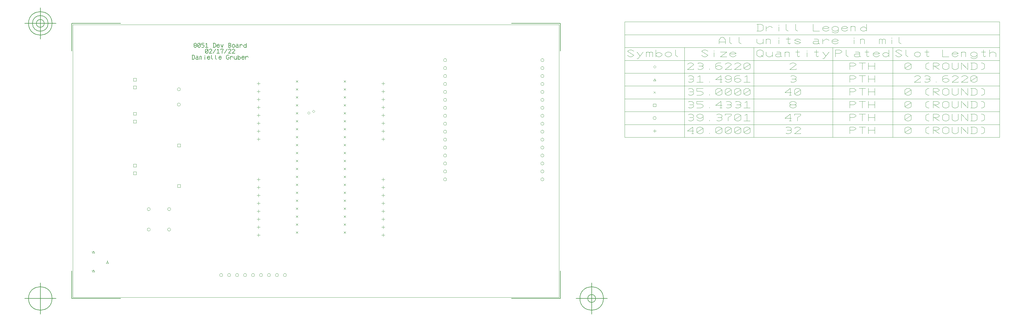
<source format=gbr>
G04 Generated by Ultiboard 13.0 *
%FSLAX24Y24*%
%MOIN*%

%ADD10C,0.0001*%
%ADD11C,0.0039*%
%ADD12C,0.0004*%
%ADD13C,0.0001*%
%ADD14C,0.0050*%


G04 ColorRGB 000000 for the following layer *
%LNDrill Symbols-Copper Top-Copper Bottom*%
%LPD*%
G54D11*
X23100Y25900D02*
X23100Y26300D01*
X22900Y26100D02*
X23300Y26100D01*
X23100Y24900D02*
X23100Y25300D01*
X22900Y25100D02*
X23300Y25100D01*
X22900Y24100D02*
X23300Y24100D01*
X23100Y23900D02*
X23100Y24300D01*
X23100Y22900D02*
X23100Y23300D01*
X22900Y23100D02*
X23300Y23100D01*
X23100Y21900D02*
X23100Y22300D01*
X22900Y22100D02*
X23300Y22100D01*
X23100Y20900D02*
X23100Y21300D01*
X22900Y21100D02*
X23300Y21100D01*
X22900Y20100D02*
X23300Y20100D01*
X23100Y19900D02*
X23100Y20300D01*
X22900Y19100D02*
X23300Y19100D01*
X23100Y18900D02*
X23100Y19300D01*
X38532Y26100D02*
X38932Y26100D01*
X38732Y25900D02*
X38732Y26300D01*
X38732Y24900D02*
X38732Y25300D01*
X38532Y25100D02*
X38932Y25100D01*
X38532Y24100D02*
X38932Y24100D01*
X38732Y23900D02*
X38732Y24300D01*
X38732Y22900D02*
X38732Y23300D01*
X38532Y23100D02*
X38932Y23100D01*
X38532Y22100D02*
X38932Y22100D01*
X38732Y21900D02*
X38732Y22300D01*
X38532Y21100D02*
X38932Y21100D01*
X38732Y20900D02*
X38732Y21300D01*
X38532Y20100D02*
X38932Y20100D01*
X38732Y19900D02*
X38732Y20300D01*
X38732Y18900D02*
X38732Y19300D01*
X38532Y19100D02*
X38932Y19100D01*
X22900Y14022D02*
X23300Y14022D01*
X23100Y13822D02*
X23100Y14222D01*
X22900Y13022D02*
X23300Y13022D01*
X23100Y12822D02*
X23100Y13222D01*
X23100Y11822D02*
X23100Y12222D01*
X22900Y12022D02*
X23300Y12022D01*
X23100Y10822D02*
X23100Y11222D01*
X22900Y11022D02*
X23300Y11022D01*
X23100Y9822D02*
X23100Y10222D01*
X22900Y10022D02*
X23300Y10022D01*
X22900Y9022D02*
X23300Y9022D01*
X23100Y8822D02*
X23100Y9222D01*
X22900Y8022D02*
X23300Y8022D01*
X23100Y7822D02*
X23100Y8222D01*
X22900Y7022D02*
X23300Y7022D01*
X23100Y6822D02*
X23100Y7222D01*
X38532Y14022D02*
X38932Y14022D01*
X38732Y13822D02*
X38732Y14222D01*
X38732Y12822D02*
X38732Y13222D01*
X38532Y13022D02*
X38932Y13022D01*
X38532Y12022D02*
X38932Y12022D01*
X38732Y11822D02*
X38732Y12222D01*
X38532Y11022D02*
X38932Y11022D01*
X38732Y10822D02*
X38732Y11222D01*
X38732Y9822D02*
X38732Y10222D01*
X38532Y10022D02*
X38932Y10022D01*
X38532Y9022D02*
X38932Y9022D01*
X38732Y8822D02*
X38732Y9222D01*
X38532Y8022D02*
X38932Y8022D01*
X38732Y7822D02*
X38732Y8222D01*
X38732Y6822D02*
X38732Y7222D01*
X38532Y7022D02*
X38932Y7022D01*
X46301Y29032D02*
G75*
D01*
G02X46301Y29032I197J0*
G01*
X46301Y28032D02*
G75*
D01*
G02X46301Y28032I197J0*
G01*
X46301Y27032D02*
G75*
D01*
G02X46301Y27032I197J0*
G01*
X46301Y26032D02*
G75*
D01*
G02X46301Y26032I197J0*
G01*
X46301Y25032D02*
G75*
D01*
G02X46301Y25032I197J0*
G01*
X46301Y24032D02*
G75*
D01*
G02X46301Y24032I197J0*
G01*
X46301Y23032D02*
G75*
D01*
G02X46301Y23032I197J0*
G01*
X46301Y22032D02*
G75*
D01*
G02X46301Y22032I197J0*
G01*
X46301Y21032D02*
G75*
D01*
G02X46301Y21032I197J0*
G01*
X46301Y20032D02*
G75*
D01*
G02X46301Y20032I197J0*
G01*
X46301Y19032D02*
G75*
D01*
G02X46301Y19032I197J0*
G01*
X46301Y18032D02*
G75*
D01*
G02X46301Y18032I197J0*
G01*
X46301Y17032D02*
G75*
D01*
G02X46301Y17032I197J0*
G01*
X46301Y16032D02*
G75*
D01*
G02X46301Y16032I197J0*
G01*
X46301Y15032D02*
G75*
D01*
G02X46301Y15032I197J0*
G01*
X46301Y14032D02*
G75*
D01*
G02X46301Y14032I197J0*
G01*
X58506Y29032D02*
G75*
D01*
G02X58506Y29032I196J0*
G01*
X58506Y28032D02*
G75*
D01*
G02X58506Y28032I196J0*
G01*
X58506Y27032D02*
G75*
D01*
G02X58506Y27032I196J0*
G01*
X58506Y26032D02*
G75*
D01*
G02X58506Y26032I196J0*
G01*
X58506Y25032D02*
G75*
D01*
G02X58506Y25032I196J0*
G01*
X58506Y24032D02*
G75*
D01*
G02X58506Y24032I196J0*
G01*
X58506Y23032D02*
G75*
D01*
G02X58506Y23032I196J0*
G01*
X58506Y22032D02*
G75*
D01*
G02X58506Y22032I196J0*
G01*
X58506Y21032D02*
G75*
D01*
G02X58506Y21032I196J0*
G01*
X58506Y20032D02*
G75*
D01*
G02X58506Y20032I196J0*
G01*
X58506Y19032D02*
G75*
D01*
G02X58506Y19032I196J0*
G01*
X58506Y18032D02*
G75*
D01*
G02X58506Y18032I196J0*
G01*
X58506Y17032D02*
G75*
D01*
G02X58506Y17032I196J0*
G01*
X58506Y16032D02*
G75*
D01*
G02X58506Y16032I196J0*
G01*
X58506Y15032D02*
G75*
D01*
G02X58506Y15032I196J0*
G01*
X58506Y14032D02*
G75*
D01*
G02X58506Y14032I196J0*
G01*
X12900Y23439D02*
G75*
D01*
G02X12900Y23439I197J0*
G01*
X12900Y25361D02*
G75*
D01*
G02X12900Y25361I197J0*
G01*
X9124Y7720D02*
G75*
D01*
G02X9124Y7720I196J0*
G01*
X11683Y7720D02*
G75*
D01*
G02X11683Y7720I197J0*
G01*
X9124Y10280D02*
G75*
D01*
G02X9124Y10280I196J0*
G01*
X11683Y10280D02*
G75*
D01*
G02X11683Y10280I197J0*
G01*
X18203Y2000D02*
G75*
D01*
G02X18203Y2000I197J0*
G01*
X19203Y2000D02*
G75*
D01*
G02X19203Y2000I197J0*
G01*
X20203Y2000D02*
G75*
D01*
G02X20203Y2000I197J0*
G01*
X21203Y2000D02*
G75*
D01*
G02X21203Y2000I197J0*
G01*
X22203Y2000D02*
G75*
D01*
G02X22203Y2000I197J0*
G01*
X23203Y2000D02*
G75*
D01*
G02X23203Y2000I197J0*
G01*
X24203Y2000D02*
G75*
D01*
G02X24203Y2000I197J0*
G01*
X25203Y2000D02*
G75*
D01*
G02X25203Y2000I197J0*
G01*
X26203Y2000D02*
G75*
D01*
G02X26203Y2000I197J0*
G01*
X77676Y20126D02*
X76888Y20126D01*
X77544Y20633D01*
X77544Y19789D01*
X77413Y19789D02*
X77676Y19789D01*
X78069Y20464D02*
X78332Y20633D01*
X78594Y20633D01*
X78857Y20464D01*
X78857Y19958D01*
X78594Y19789D01*
X78332Y19789D01*
X78069Y19958D01*
X78069Y20464D01*
X78857Y20464D02*
X78069Y19958D01*
X79644Y19789D02*
X79644Y19873D01*
X80432Y20464D02*
X80694Y20633D01*
X80957Y20633D01*
X81219Y20464D01*
X81219Y19958D01*
X80957Y19789D01*
X80694Y19789D01*
X80432Y19958D01*
X80432Y20464D01*
X81219Y20464D02*
X80432Y19958D01*
X81613Y20464D02*
X81875Y20633D01*
X82138Y20633D01*
X82400Y20464D01*
X82400Y19958D01*
X82138Y19789D01*
X81875Y19789D01*
X81613Y19958D01*
X81613Y20464D01*
X82400Y20464D02*
X81613Y19958D01*
X82794Y20464D02*
X83056Y20633D01*
X83319Y20633D01*
X83581Y20464D01*
X83581Y19958D01*
X83319Y19789D01*
X83056Y19789D01*
X82794Y19958D01*
X82794Y20464D01*
X83581Y20464D02*
X82794Y19958D01*
X83975Y20464D02*
X84237Y20633D01*
X84500Y20633D01*
X84762Y20464D01*
X84762Y19958D01*
X84500Y19789D01*
X84237Y19789D01*
X83975Y19958D01*
X83975Y20464D01*
X84762Y20464D02*
X83975Y19958D01*
X89264Y20548D02*
X89395Y20633D01*
X89657Y20633D01*
X89920Y20464D01*
X89920Y20295D01*
X89789Y20211D01*
X89920Y20126D01*
X89920Y19958D01*
X89657Y19789D01*
X89395Y19789D01*
X89264Y19873D01*
X89395Y20211D02*
X89789Y20211D01*
X90314Y20464D02*
X90576Y20633D01*
X90838Y20633D01*
X91101Y20464D01*
X91101Y20379D01*
X90314Y19789D01*
X91101Y19789D01*
X91101Y19873D01*
X97243Y19789D02*
X97243Y20633D01*
X97768Y20633D01*
X98030Y20464D01*
X98030Y20379D01*
X97768Y20211D01*
X97243Y20211D01*
X98817Y19789D02*
X98817Y20633D01*
X98424Y20633D02*
X99211Y20633D01*
X99605Y19789D02*
X99605Y20633D01*
X100392Y19789D02*
X100392Y20633D01*
X99605Y20211D02*
X100392Y20211D01*
X104172Y20464D02*
X104434Y20633D01*
X104697Y20633D01*
X104959Y20464D01*
X104959Y19958D01*
X104697Y19789D01*
X104434Y19789D01*
X104172Y19958D01*
X104172Y20464D01*
X104959Y20464D02*
X104172Y19958D01*
X107190Y19789D02*
X107059Y19789D01*
X106796Y19958D01*
X106796Y20464D01*
X107059Y20633D01*
X107190Y20633D01*
X107715Y19789D02*
X107715Y20633D01*
X108240Y20633D01*
X108502Y20464D01*
X108502Y20379D01*
X108240Y20211D01*
X107715Y20211D01*
X107846Y20211D02*
X108502Y19789D01*
X108896Y19958D02*
X109159Y19789D01*
X109421Y19789D01*
X109684Y19958D01*
X109684Y20464D01*
X109421Y20633D01*
X109159Y20633D01*
X108896Y20464D01*
X108896Y19958D01*
X110077Y20633D02*
X110077Y19958D01*
X110340Y19789D01*
X110602Y19789D01*
X110865Y19958D01*
X110865Y20633D01*
X111258Y19789D02*
X111258Y20633D01*
X112046Y19789D01*
X112046Y20633D01*
X112440Y19789D02*
X112964Y19789D01*
X113227Y19958D01*
X113227Y20464D01*
X112964Y20633D01*
X112440Y20633D01*
X112571Y20633D02*
X112571Y19789D01*
X113752Y20633D02*
X113883Y20633D01*
X114146Y20464D01*
X114146Y19958D01*
X113883Y19789D01*
X113752Y19789D01*
X72781Y19926D02*
X72781Y20326D01*
X72581Y20126D02*
X72981Y20126D01*
X77020Y22162D02*
X77151Y22247D01*
X77413Y22247D01*
X77676Y22078D01*
X77676Y21909D01*
X77544Y21825D01*
X77676Y21741D01*
X77676Y21572D01*
X77413Y21403D01*
X77151Y21403D01*
X77020Y21487D01*
X77151Y21825D02*
X77544Y21825D01*
X78069Y21572D02*
X78332Y21403D01*
X78594Y21403D01*
X78857Y21572D01*
X78857Y21909D01*
X78857Y22078D01*
X78594Y22247D01*
X78332Y22247D01*
X78069Y22078D01*
X78069Y21909D01*
X78332Y21741D01*
X78594Y21741D01*
X78857Y21909D01*
X79644Y21403D02*
X79644Y21487D01*
X80563Y22162D02*
X80694Y22247D01*
X80957Y22247D01*
X81219Y22078D01*
X81219Y21909D01*
X81088Y21825D01*
X81219Y21741D01*
X81219Y21572D01*
X80957Y21403D01*
X80694Y21403D01*
X80563Y21487D01*
X80694Y21825D02*
X81088Y21825D01*
X82006Y21403D02*
X82006Y21825D01*
X82400Y22078D01*
X82400Y22247D01*
X81613Y22247D01*
X81613Y22078D01*
X82794Y22078D02*
X83056Y22247D01*
X83319Y22247D01*
X83581Y22078D01*
X83581Y21572D01*
X83319Y21403D01*
X83056Y21403D01*
X82794Y21572D01*
X82794Y22078D01*
X83581Y22078D02*
X82794Y21572D01*
X84106Y22078D02*
X84369Y22247D01*
X84369Y21403D01*
X83975Y21403D02*
X84762Y21403D01*
X89920Y21741D02*
X89132Y21741D01*
X89789Y22247D01*
X89789Y21403D01*
X89657Y21403D02*
X89920Y21403D01*
X90707Y21403D02*
X90707Y21825D01*
X91101Y22078D01*
X91101Y22247D01*
X90314Y22247D01*
X90314Y22078D01*
X97243Y21403D02*
X97243Y22247D01*
X97768Y22247D01*
X98030Y22078D01*
X98030Y21994D01*
X97768Y21825D01*
X97243Y21825D01*
X98817Y21403D02*
X98817Y22247D01*
X98424Y22247D02*
X99211Y22247D01*
X99605Y21403D02*
X99605Y22247D01*
X100392Y21403D02*
X100392Y22247D01*
X99605Y21825D02*
X100392Y21825D01*
X104172Y22078D02*
X104434Y22247D01*
X104697Y22247D01*
X104959Y22078D01*
X104959Y21572D01*
X104697Y21403D01*
X104434Y21403D01*
X104172Y21572D01*
X104172Y22078D01*
X104959Y22078D02*
X104172Y21572D01*
X107190Y21403D02*
X107059Y21403D01*
X106796Y21572D01*
X106796Y22078D01*
X107059Y22247D01*
X107190Y22247D01*
X107715Y21403D02*
X107715Y22247D01*
X108240Y22247D01*
X108502Y22078D01*
X108502Y21994D01*
X108240Y21825D01*
X107715Y21825D01*
X107846Y21825D02*
X108502Y21403D01*
X108896Y21572D02*
X109159Y21403D01*
X109421Y21403D01*
X109684Y21572D01*
X109684Y22078D01*
X109421Y22247D01*
X109159Y22247D01*
X108896Y22078D01*
X108896Y21572D01*
X110077Y22247D02*
X110077Y21572D01*
X110340Y21403D01*
X110602Y21403D01*
X110865Y21572D01*
X110865Y22247D01*
X111258Y21403D02*
X111258Y22247D01*
X112046Y21403D01*
X112046Y22247D01*
X112440Y21403D02*
X112964Y21403D01*
X113227Y21572D01*
X113227Y22078D01*
X112964Y22247D01*
X112440Y22247D01*
X112571Y22247D02*
X112571Y21403D01*
X113752Y22247D02*
X113883Y22247D01*
X114146Y22078D01*
X114146Y21572D01*
X113883Y21403D01*
X113752Y21403D01*
X72584Y21741D02*
G75*
D01*
G02X72584Y21741I197J0*
G01*
X77020Y23777D02*
X77151Y23861D01*
X77413Y23861D01*
X77676Y23692D01*
X77676Y23523D01*
X77544Y23439D01*
X77676Y23355D01*
X77676Y23186D01*
X77413Y23017D01*
X77151Y23017D01*
X77020Y23102D01*
X77151Y23439D02*
X77544Y23439D01*
X78857Y23861D02*
X78069Y23861D01*
X78069Y23523D01*
X78594Y23523D01*
X78857Y23355D01*
X78857Y23186D01*
X78594Y23017D01*
X78069Y23017D01*
X79644Y23017D02*
X79644Y23102D01*
X81219Y23355D02*
X80432Y23355D01*
X81088Y23861D01*
X81088Y23017D01*
X80957Y23017D02*
X81219Y23017D01*
X81744Y23777D02*
X81875Y23861D01*
X82138Y23861D01*
X82400Y23692D01*
X82400Y23523D01*
X82269Y23439D01*
X82400Y23355D01*
X82400Y23186D01*
X82138Y23017D01*
X81875Y23017D01*
X81744Y23102D01*
X81875Y23439D02*
X82269Y23439D01*
X82925Y23777D02*
X83056Y23861D01*
X83319Y23861D01*
X83581Y23692D01*
X83581Y23523D01*
X83450Y23439D01*
X83581Y23355D01*
X83581Y23186D01*
X83319Y23017D01*
X83056Y23017D01*
X82925Y23102D01*
X83056Y23439D02*
X83450Y23439D01*
X84106Y23692D02*
X84369Y23861D01*
X84369Y23017D01*
X83975Y23017D02*
X84762Y23017D01*
X90248Y23017D02*
X89985Y23017D01*
X89723Y23186D01*
X89723Y23355D01*
X89854Y23439D01*
X89723Y23523D01*
X89723Y23692D01*
X89985Y23861D01*
X90248Y23861D01*
X90510Y23692D01*
X90510Y23523D01*
X90379Y23439D01*
X90510Y23355D01*
X90510Y23186D01*
X90248Y23017D01*
X89854Y23439D02*
X90379Y23439D01*
X97243Y23017D02*
X97243Y23861D01*
X97768Y23861D01*
X98030Y23692D01*
X98030Y23608D01*
X97768Y23439D01*
X97243Y23439D01*
X98817Y23017D02*
X98817Y23861D01*
X98424Y23861D02*
X99211Y23861D01*
X99605Y23017D02*
X99605Y23861D01*
X100392Y23017D02*
X100392Y23861D01*
X99605Y23439D02*
X100392Y23439D01*
X104172Y23692D02*
X104434Y23861D01*
X104697Y23861D01*
X104959Y23692D01*
X104959Y23186D01*
X104697Y23017D01*
X104434Y23017D01*
X104172Y23186D01*
X104172Y23692D01*
X104959Y23692D02*
X104172Y23186D01*
X107190Y23017D02*
X107059Y23017D01*
X106796Y23186D01*
X106796Y23692D01*
X107059Y23861D01*
X107190Y23861D01*
X107715Y23017D02*
X107715Y23861D01*
X108240Y23861D01*
X108502Y23692D01*
X108502Y23608D01*
X108240Y23439D01*
X107715Y23439D01*
X107846Y23439D02*
X108502Y23017D01*
X108896Y23186D02*
X109159Y23017D01*
X109421Y23017D01*
X109684Y23186D01*
X109684Y23692D01*
X109421Y23861D01*
X109159Y23861D01*
X108896Y23692D01*
X108896Y23186D01*
X110077Y23861D02*
X110077Y23186D01*
X110340Y23017D01*
X110602Y23017D01*
X110865Y23186D01*
X110865Y23861D01*
X111258Y23017D02*
X111258Y23861D01*
X112046Y23017D01*
X112046Y23861D01*
X112440Y23017D02*
X112964Y23017D01*
X113227Y23186D01*
X113227Y23692D01*
X112964Y23861D01*
X112440Y23861D01*
X112571Y23861D02*
X112571Y23017D01*
X113752Y23861D02*
X113883Y23861D01*
X114146Y23692D01*
X114146Y23186D01*
X113883Y23017D01*
X113752Y23017D01*
X77020Y25391D02*
X77151Y25475D01*
X77413Y25475D01*
X77676Y25306D01*
X77676Y25138D01*
X77544Y25053D01*
X77676Y24969D01*
X77676Y24800D01*
X77413Y24631D01*
X77151Y24631D01*
X77020Y24716D01*
X77151Y25053D02*
X77544Y25053D01*
X78857Y25475D02*
X78069Y25475D01*
X78069Y25138D01*
X78594Y25138D01*
X78857Y24969D01*
X78857Y24800D01*
X78594Y24631D01*
X78069Y24631D01*
X79644Y24631D02*
X79644Y24716D01*
X80432Y25306D02*
X80694Y25475D01*
X80957Y25475D01*
X81219Y25306D01*
X81219Y24800D01*
X80957Y24631D01*
X80694Y24631D01*
X80432Y24800D01*
X80432Y25306D01*
X81219Y25306D02*
X80432Y24800D01*
X81613Y25306D02*
X81875Y25475D01*
X82138Y25475D01*
X82400Y25306D01*
X82400Y24800D01*
X82138Y24631D01*
X81875Y24631D01*
X81613Y24800D01*
X81613Y25306D01*
X82400Y25306D02*
X81613Y24800D01*
X82794Y25306D02*
X83056Y25475D01*
X83319Y25475D01*
X83581Y25306D01*
X83581Y24800D01*
X83319Y24631D01*
X83056Y24631D01*
X82794Y24800D01*
X82794Y25306D01*
X83581Y25306D02*
X82794Y24800D01*
X83975Y25306D02*
X84237Y25475D01*
X84500Y25475D01*
X84762Y25306D01*
X84762Y24800D01*
X84500Y24631D01*
X84237Y24631D01*
X83975Y24800D01*
X83975Y25306D01*
X84762Y25306D02*
X83975Y24800D01*
X89920Y24969D02*
X89132Y24969D01*
X89789Y25475D01*
X89789Y24631D01*
X89657Y24631D02*
X89920Y24631D01*
X90314Y25306D02*
X90576Y25475D01*
X90838Y25475D01*
X91101Y25306D01*
X91101Y24800D01*
X90838Y24631D01*
X90576Y24631D01*
X90314Y24800D01*
X90314Y25306D01*
X91101Y25306D02*
X90314Y24800D01*
X97243Y24631D02*
X97243Y25475D01*
X97768Y25475D01*
X98030Y25306D01*
X98030Y25222D01*
X97768Y25053D01*
X97243Y25053D01*
X98817Y24631D02*
X98817Y25475D01*
X98424Y25475D02*
X99211Y25475D01*
X99605Y24631D02*
X99605Y25475D01*
X100392Y24631D02*
X100392Y25475D01*
X99605Y25053D02*
X100392Y25053D01*
X104172Y25306D02*
X104434Y25475D01*
X104697Y25475D01*
X104959Y25306D01*
X104959Y24800D01*
X104697Y24631D01*
X104434Y24631D01*
X104172Y24800D01*
X104172Y25306D01*
X104959Y25306D02*
X104172Y24800D01*
X107190Y24631D02*
X107059Y24631D01*
X106796Y24800D01*
X106796Y25306D01*
X107059Y25475D01*
X107190Y25475D01*
X107715Y24631D02*
X107715Y25475D01*
X108240Y25475D01*
X108502Y25306D01*
X108502Y25222D01*
X108240Y25053D01*
X107715Y25053D01*
X107846Y25053D02*
X108502Y24631D01*
X108896Y24800D02*
X109159Y24631D01*
X109421Y24631D01*
X109684Y24800D01*
X109684Y25306D01*
X109421Y25475D01*
X109159Y25475D01*
X108896Y25306D01*
X108896Y24800D01*
X110077Y25475D02*
X110077Y24800D01*
X110340Y24631D01*
X110602Y24631D01*
X110865Y24800D01*
X110865Y25475D01*
X111258Y24631D02*
X111258Y25475D01*
X112046Y24631D01*
X112046Y25475D01*
X112440Y24631D02*
X112964Y24631D01*
X113227Y24800D01*
X113227Y25306D01*
X112964Y25475D01*
X112440Y25475D01*
X112571Y25475D02*
X112571Y24631D01*
X113752Y25475D02*
X113883Y25475D01*
X114146Y25306D01*
X114146Y24800D01*
X113883Y24631D01*
X113752Y24631D01*
X77020Y27005D02*
X77151Y27089D01*
X77413Y27089D01*
X77676Y26921D01*
X77676Y26752D01*
X77544Y26667D01*
X77676Y26583D01*
X77676Y26414D01*
X77413Y26246D01*
X77151Y26246D01*
X77020Y26330D01*
X77151Y26667D02*
X77544Y26667D01*
X78201Y26921D02*
X78463Y27089D01*
X78463Y26246D01*
X78069Y26246D02*
X78857Y26246D01*
X79644Y26246D02*
X79644Y26330D01*
X81219Y26583D02*
X80432Y26583D01*
X81088Y27089D01*
X81088Y26246D01*
X80957Y26246D02*
X81219Y26246D01*
X81613Y26414D02*
X81875Y26246D01*
X82138Y26246D01*
X82400Y26414D01*
X82400Y26752D01*
X82400Y26921D01*
X82138Y27089D01*
X81875Y27089D01*
X81613Y26921D01*
X81613Y26752D01*
X81875Y26583D01*
X82138Y26583D01*
X82400Y26752D01*
X83450Y27089D02*
X83056Y27089D01*
X82794Y26921D01*
X82794Y26583D01*
X82794Y26414D01*
X83056Y26246D01*
X83319Y26246D01*
X83581Y26414D01*
X83581Y26583D01*
X83319Y26752D01*
X83056Y26752D01*
X82794Y26583D01*
X84106Y26921D02*
X84369Y27089D01*
X84369Y26246D01*
X83975Y26246D02*
X84762Y26246D01*
X89854Y27005D02*
X89985Y27089D01*
X90248Y27089D01*
X90510Y26921D01*
X90510Y26752D01*
X90379Y26667D01*
X90510Y26583D01*
X90510Y26414D01*
X90248Y26246D01*
X89985Y26246D01*
X89854Y26330D01*
X89985Y26667D02*
X90379Y26667D01*
X97243Y26246D02*
X97243Y27089D01*
X97768Y27089D01*
X98030Y26921D01*
X98030Y26836D01*
X97768Y26667D01*
X97243Y26667D01*
X98817Y26246D02*
X98817Y27089D01*
X98424Y27089D02*
X99211Y27089D01*
X99605Y26246D02*
X99605Y27089D01*
X100392Y26246D02*
X100392Y27089D01*
X99605Y26667D02*
X100392Y26667D01*
X105353Y26921D02*
X105615Y27089D01*
X105878Y27089D01*
X106140Y26921D01*
X106140Y26836D01*
X105353Y26246D01*
X106140Y26246D01*
X106140Y26330D01*
X106665Y27005D02*
X106796Y27089D01*
X107059Y27089D01*
X107321Y26921D01*
X107321Y26752D01*
X107190Y26667D01*
X107321Y26583D01*
X107321Y26414D01*
X107059Y26246D01*
X106796Y26246D01*
X106665Y26330D01*
X106796Y26667D02*
X107190Y26667D01*
X108109Y26246D02*
X108109Y26330D01*
X109552Y27089D02*
X109159Y27089D01*
X108896Y26921D01*
X108896Y26583D01*
X108896Y26414D01*
X109159Y26246D01*
X109421Y26246D01*
X109684Y26414D01*
X109684Y26583D01*
X109421Y26752D01*
X109159Y26752D01*
X108896Y26583D01*
X110077Y26921D02*
X110340Y27089D01*
X110602Y27089D01*
X110865Y26921D01*
X110865Y26836D01*
X110077Y26246D01*
X110865Y26246D01*
X110865Y26330D01*
X111258Y26921D02*
X111521Y27089D01*
X111783Y27089D01*
X112046Y26921D01*
X112046Y26836D01*
X111258Y26246D01*
X112046Y26246D01*
X112046Y26330D01*
X112440Y26921D02*
X112702Y27089D01*
X112964Y27089D01*
X113227Y26921D01*
X113227Y26414D01*
X112964Y26246D01*
X112702Y26246D01*
X112440Y26414D01*
X112440Y26921D01*
X113227Y26921D02*
X112440Y26414D01*
X76888Y28535D02*
X77151Y28703D01*
X77413Y28703D01*
X77676Y28535D01*
X77676Y28450D01*
X76888Y27860D01*
X77676Y27860D01*
X77676Y27944D01*
X78201Y28619D02*
X78332Y28703D01*
X78594Y28703D01*
X78857Y28535D01*
X78857Y28366D01*
X78726Y28282D01*
X78857Y28197D01*
X78857Y28029D01*
X78594Y27860D01*
X78332Y27860D01*
X78201Y27944D01*
X78332Y28282D02*
X78726Y28282D01*
X79644Y27860D02*
X79644Y27944D01*
X81088Y28703D02*
X80694Y28703D01*
X80432Y28535D01*
X80432Y28197D01*
X80432Y28029D01*
X80694Y27860D01*
X80957Y27860D01*
X81219Y28029D01*
X81219Y28197D01*
X80957Y28366D01*
X80694Y28366D01*
X80432Y28197D01*
X81613Y28535D02*
X81875Y28703D01*
X82138Y28703D01*
X82400Y28535D01*
X82400Y28450D01*
X81613Y27860D01*
X82400Y27860D01*
X82400Y27944D01*
X82794Y28535D02*
X83056Y28703D01*
X83319Y28703D01*
X83581Y28535D01*
X83581Y28450D01*
X82794Y27860D01*
X83581Y27860D01*
X83581Y27944D01*
X83975Y28535D02*
X84237Y28703D01*
X84500Y28703D01*
X84762Y28535D01*
X84762Y28029D01*
X84500Y27860D01*
X84237Y27860D01*
X83975Y28029D01*
X83975Y28535D01*
X84762Y28535D02*
X83975Y28029D01*
X89723Y28535D02*
X89985Y28703D01*
X90248Y28703D01*
X90510Y28535D01*
X90510Y28450D01*
X89723Y27860D01*
X90510Y27860D01*
X90510Y27944D01*
X97243Y27860D02*
X97243Y28703D01*
X97768Y28703D01*
X98030Y28535D01*
X98030Y28450D01*
X97768Y28282D01*
X97243Y28282D01*
X98817Y27860D02*
X98817Y28703D01*
X98424Y28703D02*
X99211Y28703D01*
X99605Y27860D02*
X99605Y28703D01*
X100392Y27860D02*
X100392Y28703D01*
X99605Y28282D02*
X100392Y28282D01*
X104172Y28535D02*
X104434Y28703D01*
X104697Y28703D01*
X104959Y28535D01*
X104959Y28029D01*
X104697Y27860D01*
X104434Y27860D01*
X104172Y28029D01*
X104172Y28535D01*
X104959Y28535D02*
X104172Y28029D01*
X107190Y27860D02*
X107059Y27860D01*
X106796Y28029D01*
X106796Y28535D01*
X107059Y28703D01*
X107190Y28703D01*
X107715Y27860D02*
X107715Y28703D01*
X108240Y28703D01*
X108502Y28535D01*
X108502Y28450D01*
X108240Y28282D01*
X107715Y28282D01*
X107846Y28282D02*
X108502Y27860D01*
X108896Y28029D02*
X109159Y27860D01*
X109421Y27860D01*
X109684Y28029D01*
X109684Y28535D01*
X109421Y28703D01*
X109159Y28703D01*
X108896Y28535D01*
X108896Y28029D01*
X110077Y28703D02*
X110077Y28029D01*
X110340Y27860D01*
X110602Y27860D01*
X110865Y28029D01*
X110865Y28703D01*
X111258Y27860D02*
X111258Y28703D01*
X112046Y27860D01*
X112046Y28703D01*
X112440Y27860D02*
X112964Y27860D01*
X113227Y28029D01*
X113227Y28535D01*
X112964Y28703D01*
X112440Y28703D01*
X112571Y28703D02*
X112571Y27860D01*
X113752Y28703D02*
X113883Y28703D01*
X114146Y28535D01*
X114146Y28029D01*
X113883Y27860D01*
X113752Y27860D01*
G54D12*
X33792Y12230D02*
X34040Y12478D01*
X33792Y12478D02*
X34040Y12230D01*
X27792Y12230D02*
X28040Y12478D01*
X27792Y12478D02*
X28040Y12230D01*
X27792Y9230D02*
X28040Y9478D01*
X27792Y9478D02*
X28040Y9230D01*
X27792Y8230D02*
X28040Y8478D01*
X27792Y8478D02*
X28040Y8230D01*
X27792Y7478D02*
X28040Y7230D01*
X27792Y7230D02*
X28040Y7478D01*
X27792Y11230D02*
X28040Y11478D01*
X27792Y11478D02*
X28040Y11230D01*
X27792Y10478D02*
X28040Y10230D01*
X27792Y10230D02*
X28040Y10478D01*
X27792Y18230D02*
X28040Y18478D01*
X27792Y18478D02*
X28040Y18230D01*
X27792Y15230D02*
X28040Y15478D01*
X27792Y15478D02*
X28040Y15230D01*
X27792Y14230D02*
X28040Y14478D01*
X27792Y14478D02*
X28040Y14230D01*
X27792Y13230D02*
X28040Y13478D01*
X27792Y13478D02*
X28040Y13230D01*
X27792Y17478D02*
X28040Y17230D01*
X27792Y17230D02*
X28040Y17478D01*
X27792Y16230D02*
X28040Y16478D01*
X27792Y16478D02*
X28040Y16230D01*
X27792Y21478D02*
X28040Y21230D01*
X27792Y21230D02*
X28040Y21478D01*
X27792Y20478D02*
X28040Y20230D01*
X27792Y20230D02*
X28040Y20478D01*
X27792Y19230D02*
X28040Y19478D01*
X27792Y19478D02*
X28040Y19230D01*
X27792Y24230D02*
X28040Y24478D01*
X27792Y24478D02*
X28040Y24230D01*
X27792Y23230D02*
X28040Y23478D01*
X27792Y23478D02*
X28040Y23230D01*
X27792Y22478D02*
X28040Y22230D01*
X27792Y22230D02*
X28040Y22478D01*
X27792Y25230D02*
X28040Y25478D01*
X27792Y25478D02*
X28040Y25230D01*
X27792Y26230D02*
X28040Y26478D01*
X27792Y26478D02*
X28040Y26230D01*
X33792Y9230D02*
X34040Y9478D01*
X33792Y9478D02*
X34040Y9230D01*
X33792Y8230D02*
X34040Y8478D01*
X33792Y8478D02*
X34040Y8230D01*
X33792Y7478D02*
X34040Y7230D01*
X33792Y7230D02*
X34040Y7478D01*
X33792Y11478D02*
X34040Y11230D01*
X33792Y11230D02*
X34040Y11478D01*
X33792Y10230D02*
X34040Y10478D01*
X33792Y10478D02*
X34040Y10230D01*
X33792Y18230D02*
X34040Y18478D01*
X33792Y18478D02*
X34040Y18230D01*
X33792Y15230D02*
X34040Y15478D01*
X33792Y15478D02*
X34040Y15230D01*
X33792Y14230D02*
X34040Y14478D01*
X33792Y14478D02*
X34040Y14230D01*
X33792Y13478D02*
X34040Y13230D01*
X33792Y13230D02*
X34040Y13478D01*
X33792Y16230D02*
X34040Y16478D01*
X33792Y16478D02*
X34040Y16230D01*
X33792Y17230D02*
X34040Y17478D01*
X33792Y17478D02*
X34040Y17230D01*
X33792Y21478D02*
X34040Y21230D01*
X33792Y21230D02*
X34040Y21478D01*
X33792Y19478D02*
X34040Y19230D01*
X33792Y19230D02*
X34040Y19478D01*
X33792Y20230D02*
X34040Y20478D01*
X33792Y20478D02*
X34040Y20230D01*
X33792Y24230D02*
X34040Y24478D01*
X33792Y24478D02*
X34040Y24230D01*
X33792Y22478D02*
X34040Y22230D01*
X33792Y22230D02*
X34040Y22478D01*
X33792Y23478D02*
X34040Y23230D01*
X33792Y23230D02*
X34040Y23478D01*
X33792Y25478D02*
X34040Y25230D01*
X33792Y25230D02*
X34040Y25478D01*
X33792Y26230D02*
X34040Y26478D01*
X33792Y26478D02*
X34040Y26230D01*
X12926Y18141D02*
X13280Y18141D01*
X13280Y18495D01*
X12926Y18495D01*
X12926Y18141D01*
X12926Y13023D02*
X13280Y13023D01*
X13280Y13377D01*
X12926Y13377D01*
X12926Y13023D01*
X7401Y15607D02*
X7755Y15607D01*
X7755Y15961D01*
X7401Y15961D01*
X7401Y15607D01*
X7401Y14623D02*
X7755Y14623D01*
X7755Y14977D01*
X7401Y14977D01*
X7401Y14623D01*
X7401Y22115D02*
X7755Y22115D01*
X7755Y22469D01*
X7401Y22469D01*
X7401Y22115D01*
X7401Y21131D02*
X7755Y21131D01*
X7755Y21485D01*
X7401Y21485D01*
X7401Y21131D01*
X7401Y26407D02*
X7755Y26407D01*
X7755Y26761D01*
X7401Y26761D01*
X7401Y26407D01*
X7401Y25423D02*
X7755Y25423D01*
X7755Y25777D01*
X7401Y25777D01*
X7401Y25423D01*
X29400Y22233D02*
X29567Y22400D01*
X29400Y22567D01*
X29233Y22400D01*
X29400Y22233D01*
X30000Y22433D02*
X30167Y22600D01*
X30000Y22767D01*
X29833Y22600D01*
X30000Y22433D01*
X2224Y2398D02*
X2539Y2398D01*
X2382Y2667D01*
X2224Y2398D01*
X2382Y2556D02*
X2145Y2556D01*
X2224Y4761D02*
X2539Y4761D01*
X2382Y5029D01*
X2224Y4761D01*
X2382Y4918D02*
X2145Y4918D01*
X3956Y3461D02*
X4271Y3461D01*
X4114Y3730D01*
X3956Y3461D01*
X4114Y3619D02*
X4114Y3855D01*
X72604Y23178D02*
X72958Y23178D01*
X72958Y23532D01*
X72604Y23532D01*
X72604Y23178D01*
X72657Y24845D02*
X72904Y25093D01*
X72657Y25093D02*
X72904Y24845D01*
X72623Y26426D02*
X72938Y26426D01*
X72781Y26694D01*
X72623Y26426D01*
X72781Y28030D02*
X72948Y28197D01*
X72781Y28364D01*
X72614Y28197D01*
X72781Y28030D01*
G04 ColorRGB 00FFFF for the following layer *
%LNBoard Outline*%
%LPD*%
G54D10*
G54D13*
X-200Y-800D02*
X60800Y-800D01*
X60800Y33500D01*
X-200Y33500D01*
X-200Y-800D01*
G54D14*
X15207Y30636D02*
X15100Y30636D01*
X14993Y30743D01*
X14993Y30850D01*
X15047Y30904D01*
X14993Y30957D01*
X14993Y31064D01*
X15100Y31171D01*
X15207Y31171D01*
X15313Y31064D01*
X15313Y30957D01*
X15260Y30904D01*
X15313Y30850D01*
X15313Y30743D01*
X15207Y30636D01*
X15047Y30904D02*
X15260Y30904D01*
X15473Y31064D02*
X15580Y31171D01*
X15687Y31171D01*
X15793Y31064D01*
X15793Y30743D01*
X15687Y30636D01*
X15580Y30636D01*
X15473Y30743D01*
X15473Y31064D01*
X15793Y31064D02*
X15473Y30743D01*
X16273Y31171D02*
X15953Y31171D01*
X15953Y30957D01*
X16167Y30957D01*
X16273Y30850D01*
X16273Y30743D01*
X16167Y30636D01*
X15953Y30636D01*
X16487Y31064D02*
X16593Y31171D01*
X16593Y30636D01*
X16433Y30636D02*
X16753Y30636D01*
X17393Y30636D02*
X17607Y30636D01*
X17713Y30743D01*
X17713Y31064D01*
X17607Y31171D01*
X17393Y31171D01*
X17447Y31171D02*
X17447Y30636D01*
X18193Y30743D02*
X18087Y30636D01*
X17980Y30636D01*
X17873Y30743D01*
X17873Y30904D01*
X17980Y31011D01*
X18087Y31011D01*
X18193Y30904D01*
X18140Y30850D01*
X17873Y30850D01*
X18353Y31011D02*
X18513Y30636D01*
X18673Y31011D01*
X19313Y30636D02*
X19527Y30636D01*
X19633Y30743D01*
X19633Y30796D01*
X19527Y30904D01*
X19633Y31011D01*
X19633Y31064D01*
X19527Y31171D01*
X19367Y31171D01*
X19313Y31171D01*
X19367Y30904D02*
X19527Y30904D01*
X19367Y31171D02*
X19367Y30636D01*
X19793Y30743D02*
X19900Y30636D01*
X20007Y30636D01*
X20113Y30743D01*
X20113Y30904D01*
X20007Y31011D01*
X19900Y31011D01*
X19793Y30904D01*
X19793Y30743D01*
X20327Y31011D02*
X20487Y31011D01*
X20540Y30957D01*
X20540Y30689D01*
X20487Y30636D01*
X20327Y30636D01*
X20273Y30689D01*
X20273Y30796D01*
X20327Y30850D01*
X20540Y30850D01*
X20540Y30689D02*
X20593Y30636D01*
X20753Y30850D02*
X20913Y31011D01*
X20967Y31011D01*
X21073Y30904D01*
X20753Y30636D02*
X20753Y31011D01*
X21553Y30743D02*
X21447Y30636D01*
X21340Y30636D01*
X21233Y30743D01*
X21233Y30850D01*
X21340Y30957D01*
X21447Y30957D01*
X21553Y30850D01*
X21553Y31171D02*
X21553Y30636D01*
X16433Y30314D02*
X16540Y30421D01*
X16647Y30421D01*
X16753Y30314D01*
X16753Y29993D01*
X16647Y29886D01*
X16540Y29886D01*
X16433Y29993D01*
X16433Y30314D01*
X16753Y30314D02*
X16433Y29993D01*
X16913Y30314D02*
X17020Y30421D01*
X17127Y30421D01*
X17233Y30314D01*
X17233Y30261D01*
X16913Y29886D01*
X17233Y29886D01*
X17233Y29939D01*
X17713Y30421D02*
X17393Y29886D01*
X17927Y30314D02*
X18033Y30421D01*
X18033Y29886D01*
X17873Y29886D02*
X18193Y29886D01*
X18513Y29886D02*
X18513Y30154D01*
X18673Y30314D01*
X18673Y30421D01*
X18353Y30421D01*
X18353Y30314D01*
X19153Y30421D02*
X18833Y29886D01*
X19313Y30314D02*
X19420Y30421D01*
X19527Y30421D01*
X19633Y30314D01*
X19633Y30261D01*
X19313Y29886D01*
X19633Y29886D01*
X19633Y29939D01*
X19793Y30314D02*
X19900Y30421D01*
X20007Y30421D01*
X20113Y30314D01*
X20113Y30261D01*
X19793Y29886D01*
X20113Y29886D01*
X20113Y29939D01*
X14753Y29136D02*
X14967Y29136D01*
X15073Y29243D01*
X15073Y29564D01*
X14967Y29671D01*
X14753Y29671D01*
X14807Y29671D02*
X14807Y29136D01*
X15287Y29511D02*
X15447Y29511D01*
X15500Y29457D01*
X15500Y29189D01*
X15447Y29136D01*
X15287Y29136D01*
X15233Y29189D01*
X15233Y29296D01*
X15287Y29350D01*
X15500Y29350D01*
X15500Y29189D02*
X15553Y29136D01*
X15713Y29136D02*
X15713Y29457D01*
X15713Y29511D01*
X15713Y29457D02*
X15767Y29511D01*
X15873Y29511D01*
X15927Y29457D01*
X15927Y29136D01*
X16353Y29136D02*
X16353Y29457D01*
X16353Y29564D02*
X16353Y29618D01*
X16993Y29243D02*
X16887Y29136D01*
X16780Y29136D01*
X16673Y29243D01*
X16673Y29404D01*
X16780Y29511D01*
X16887Y29511D01*
X16993Y29404D01*
X16940Y29350D01*
X16673Y29350D01*
X17207Y29671D02*
X17207Y29243D01*
X17313Y29136D01*
X17687Y29671D02*
X17687Y29243D01*
X17793Y29136D01*
X18433Y29243D02*
X18327Y29136D01*
X18220Y29136D01*
X18113Y29243D01*
X18113Y29404D01*
X18220Y29511D01*
X18327Y29511D01*
X18433Y29404D01*
X18380Y29350D01*
X18113Y29350D01*
X19287Y29404D02*
X19393Y29404D01*
X19393Y29243D01*
X19287Y29136D01*
X19180Y29136D01*
X19073Y29243D01*
X19073Y29564D01*
X19180Y29671D01*
X19393Y29671D01*
X19553Y29350D02*
X19713Y29511D01*
X19767Y29511D01*
X19873Y29404D01*
X19553Y29136D02*
X19553Y29511D01*
X20033Y29511D02*
X20033Y29243D01*
X20140Y29136D01*
X20247Y29136D01*
X20353Y29243D01*
X20353Y29511D01*
X20353Y29243D02*
X20353Y29136D01*
X20513Y29243D02*
X20620Y29136D01*
X20727Y29136D01*
X20833Y29243D01*
X20833Y29350D01*
X20727Y29457D01*
X20620Y29457D01*
X20513Y29350D01*
X20513Y29671D02*
X20513Y29136D01*
X21313Y29243D02*
X21207Y29136D01*
X21100Y29136D01*
X20993Y29243D01*
X20993Y29404D01*
X21100Y29511D01*
X21207Y29511D01*
X21313Y29404D01*
X21260Y29350D01*
X20993Y29350D01*
X21473Y29350D02*
X21633Y29511D01*
X21687Y29511D01*
X21793Y29404D01*
X21473Y29136D02*
X21473Y29511D01*
X-350Y-950D02*
X-350Y2510D01*
X-350Y-950D02*
X5780Y-950D01*
X60950Y-950D02*
X54820Y-950D01*
X60950Y-950D02*
X60950Y2510D01*
X60950Y33650D02*
X60950Y30190D01*
X60950Y33650D02*
X54820Y33650D01*
X-350Y33650D02*
X5780Y33650D01*
X-350Y33650D02*
X-350Y30190D01*
X-2319Y-950D02*
X-6256Y-950D01*
X-4287Y-2919D02*
X-4287Y1019D01*
X-5763Y-950D02*
G75*
D01*
G02X-5763Y-950I1476J0*
G01*
X62919Y-950D02*
X66856Y-950D01*
X64887Y-2919D02*
X64887Y1019D01*
X63411Y-950D02*
G75*
D01*
G02X63411Y-950I1476J0*
G01*
X64395Y-950D02*
G75*
D01*
G02X64395Y-950I492J0*
G01*
X-2319Y33650D02*
X-6256Y33650D01*
X-4287Y31681D02*
X-4287Y35619D01*
X-5763Y33650D02*
G75*
D01*
G02X-5763Y33650I1476J0*
G01*
X-5271Y33650D02*
G75*
D01*
G02X-5271Y33650I984J0*
G01*
X-4779Y33650D02*
G75*
D01*
G02X-4779Y33650I492J0*
G01*
G04 ColorRGB 66FFCC for the following layer *
%LNLegend Description*%
%LPD*%
G54D11*
X69021Y19319D02*
X116068Y19319D01*
X116068Y33847D01*
X69021Y33847D01*
X69021Y19319D01*
X76541Y30619D02*
X76541Y19319D01*
X85241Y30619D02*
X85241Y19319D01*
X95123Y30619D02*
X95123Y19319D01*
X102643Y30619D02*
X102643Y19319D01*
X116068Y30619D02*
X116068Y19319D01*
X69021Y20933D02*
X116068Y20933D01*
X69021Y22548D02*
X116068Y22548D01*
X69021Y24162D02*
X116068Y24162D01*
X69021Y25776D02*
X116068Y25776D01*
X69021Y27390D02*
X116068Y27390D01*
X69021Y29004D02*
X116068Y29004D01*
X69369Y29643D02*
X69631Y29474D01*
X69894Y29474D01*
X70156Y29643D01*
X69369Y30149D01*
X69631Y30318D01*
X69894Y30318D01*
X70156Y30149D01*
X70550Y29221D02*
X70681Y29221D01*
X71337Y30065D01*
X70550Y30065D02*
X70943Y29558D01*
X71731Y29474D02*
X71731Y29980D01*
X71731Y30065D01*
X71731Y29980D02*
X71862Y30065D01*
X71993Y30065D01*
X72125Y29980D01*
X72256Y30065D01*
X72387Y30065D01*
X72518Y29980D01*
X72518Y29474D01*
X72125Y29980D02*
X72125Y29474D01*
X72912Y29643D02*
X73174Y29474D01*
X73437Y29474D01*
X73699Y29643D01*
X73699Y29811D01*
X73437Y29980D01*
X73174Y29980D01*
X72912Y29811D01*
X72912Y30318D02*
X72912Y29474D01*
X74093Y29643D02*
X74356Y29474D01*
X74618Y29474D01*
X74880Y29643D01*
X74880Y29896D01*
X74618Y30065D01*
X74356Y30065D01*
X74093Y29896D01*
X74093Y29643D01*
X75405Y30318D02*
X75405Y29643D01*
X75668Y29474D01*
X78660Y29643D02*
X78922Y29474D01*
X79185Y29474D01*
X79447Y29643D01*
X78660Y30149D01*
X78922Y30318D01*
X79185Y30318D01*
X79447Y30149D01*
X80235Y29474D02*
X80235Y29980D01*
X80235Y30149D02*
X80235Y30233D01*
X81022Y30065D02*
X81810Y30065D01*
X81022Y29474D01*
X81810Y29474D01*
X82991Y29643D02*
X82728Y29474D01*
X82466Y29474D01*
X82203Y29643D01*
X82203Y29896D01*
X82466Y30065D01*
X82728Y30065D01*
X82991Y29896D01*
X82859Y29811D01*
X82203Y29811D01*
X85589Y29643D02*
X85852Y29474D01*
X86114Y29474D01*
X86377Y29643D01*
X86377Y30149D01*
X86114Y30318D01*
X85852Y30318D01*
X85589Y30149D01*
X85589Y29643D01*
X86114Y29643D02*
X86377Y29474D01*
X86770Y30065D02*
X86770Y29643D01*
X87033Y29474D01*
X87295Y29474D01*
X87558Y29643D01*
X87558Y30065D01*
X87558Y29643D02*
X87558Y29474D01*
X88083Y30065D02*
X88476Y30065D01*
X88607Y29980D01*
X88607Y29558D01*
X88476Y29474D01*
X88083Y29474D01*
X87951Y29558D01*
X87951Y29727D01*
X88083Y29811D01*
X88607Y29811D01*
X88607Y29558D02*
X88739Y29474D01*
X89132Y29474D02*
X89132Y29980D01*
X89132Y30065D01*
X89132Y29980D02*
X89264Y30065D01*
X89526Y30065D01*
X89657Y29980D01*
X89657Y29474D01*
X90970Y29558D02*
X90838Y29474D01*
X90707Y29558D01*
X90707Y30318D01*
X90445Y30065D02*
X90970Y30065D01*
X91888Y29474D02*
X91888Y29980D01*
X91888Y30149D02*
X91888Y30233D01*
X93332Y29558D02*
X93201Y29474D01*
X93069Y29558D01*
X93069Y30318D01*
X92807Y30065D02*
X93332Y30065D01*
X93857Y29221D02*
X93988Y29221D01*
X94644Y30065D01*
X93857Y30065D02*
X94251Y29558D01*
X95471Y29474D02*
X95471Y30318D01*
X95996Y30318D01*
X96258Y30149D01*
X96258Y30065D01*
X95996Y29896D01*
X95471Y29896D01*
X96783Y30318D02*
X96783Y29643D01*
X97046Y29474D01*
X97964Y30065D02*
X98358Y30065D01*
X98489Y29980D01*
X98489Y29558D01*
X98358Y29474D01*
X97964Y29474D01*
X97833Y29558D01*
X97833Y29727D01*
X97964Y29811D01*
X98489Y29811D01*
X98489Y29558D02*
X98621Y29474D01*
X99670Y29558D02*
X99539Y29474D01*
X99408Y29558D01*
X99408Y30318D01*
X99146Y30065D02*
X99670Y30065D01*
X100983Y29643D02*
X100720Y29474D01*
X100458Y29474D01*
X100195Y29643D01*
X100195Y29896D01*
X100458Y30065D01*
X100720Y30065D01*
X100983Y29896D01*
X100852Y29811D01*
X100195Y29811D01*
X102164Y29643D02*
X101901Y29474D01*
X101639Y29474D01*
X101377Y29643D01*
X101377Y29811D01*
X101639Y29980D01*
X101901Y29980D01*
X102164Y29811D01*
X102164Y30318D02*
X102164Y29474D01*
X102991Y29643D02*
X103253Y29474D01*
X103516Y29474D01*
X103778Y29643D01*
X102991Y30149D01*
X103253Y30318D01*
X103516Y30318D01*
X103778Y30149D01*
X104303Y30318D02*
X104303Y29643D01*
X104565Y29474D01*
X105353Y29643D02*
X105615Y29474D01*
X105878Y29474D01*
X106140Y29643D01*
X106140Y29896D01*
X105878Y30065D01*
X105615Y30065D01*
X105353Y29896D01*
X105353Y29643D01*
X107190Y29558D02*
X107059Y29474D01*
X106928Y29558D01*
X106928Y30318D01*
X106665Y30065D02*
X107190Y30065D01*
X108896Y30318D02*
X108896Y29474D01*
X109684Y29474D01*
X110865Y29643D02*
X110602Y29474D01*
X110340Y29474D01*
X110077Y29643D01*
X110077Y29896D01*
X110340Y30065D01*
X110602Y30065D01*
X110865Y29896D01*
X110733Y29811D01*
X110077Y29811D01*
X111258Y29474D02*
X111258Y29980D01*
X111258Y30065D01*
X111258Y29980D02*
X111390Y30065D01*
X111652Y30065D01*
X111783Y29980D01*
X111783Y29474D01*
X112440Y29390D02*
X112702Y29221D01*
X112964Y29221D01*
X113227Y29390D01*
X113227Y29643D01*
X113227Y29896D01*
X112964Y30065D01*
X112702Y30065D01*
X112440Y29896D01*
X112440Y29643D01*
X112702Y29474D01*
X112964Y29474D01*
X113227Y29643D01*
X114277Y29558D02*
X114146Y29474D01*
X114014Y29558D01*
X114014Y30318D01*
X113752Y30065D02*
X114277Y30065D01*
X114802Y29896D02*
X115064Y30065D01*
X115327Y30065D01*
X115589Y29896D01*
X115589Y29474D01*
X114802Y30318D02*
X114802Y29474D01*
X69021Y30619D02*
X116068Y30619D01*
X80865Y31088D02*
X80865Y31594D01*
X81127Y31932D01*
X81390Y31932D01*
X81652Y31594D01*
X81652Y31088D01*
X80865Y31341D02*
X81652Y31341D01*
X82177Y31932D02*
X82177Y31257D01*
X82440Y31088D01*
X83358Y31932D02*
X83358Y31257D01*
X83621Y31088D01*
X85589Y31679D02*
X85589Y31257D01*
X85852Y31088D01*
X86114Y31088D01*
X86377Y31257D01*
X86377Y31679D01*
X86377Y31257D02*
X86377Y31088D01*
X86770Y31088D02*
X86770Y31594D01*
X86770Y31679D01*
X86770Y31594D02*
X86901Y31679D01*
X87164Y31679D01*
X87295Y31594D01*
X87295Y31088D01*
X88345Y31088D02*
X88345Y31594D01*
X88345Y31763D02*
X88345Y31847D01*
X89789Y31172D02*
X89657Y31088D01*
X89526Y31172D01*
X89526Y31932D01*
X89264Y31679D02*
X89789Y31679D01*
X90314Y31257D02*
X90576Y31088D01*
X90838Y31088D01*
X91101Y31257D01*
X90314Y31510D01*
X90576Y31679D01*
X90838Y31679D01*
X91101Y31510D01*
X92807Y31679D02*
X93201Y31679D01*
X93332Y31594D01*
X93332Y31172D01*
X93201Y31088D01*
X92807Y31088D01*
X92676Y31172D01*
X92676Y31341D01*
X92807Y31426D01*
X93332Y31426D01*
X93332Y31172D02*
X93463Y31088D01*
X93857Y31426D02*
X94251Y31679D01*
X94382Y31679D01*
X94644Y31510D01*
X93857Y31088D02*
X93857Y31679D01*
X95825Y31257D02*
X95563Y31088D01*
X95300Y31088D01*
X95038Y31257D01*
X95038Y31510D01*
X95300Y31679D01*
X95563Y31679D01*
X95825Y31510D01*
X95694Y31426D01*
X95038Y31426D01*
X97794Y31088D02*
X97794Y31594D01*
X97794Y31763D02*
X97794Y31847D01*
X98581Y31088D02*
X98581Y31594D01*
X98581Y31679D01*
X98581Y31594D02*
X98712Y31679D01*
X98975Y31679D01*
X99106Y31594D01*
X99106Y31088D01*
X100943Y31088D02*
X100943Y31594D01*
X100943Y31679D01*
X100943Y31594D02*
X101075Y31679D01*
X101206Y31679D01*
X101337Y31594D01*
X101468Y31679D01*
X101600Y31679D01*
X101731Y31594D01*
X101731Y31088D01*
X101337Y31594D02*
X101337Y31088D01*
X102518Y31088D02*
X102518Y31594D01*
X102518Y31763D02*
X102518Y31847D01*
X103437Y31932D02*
X103437Y31257D01*
X103699Y31088D01*
X69021Y32233D02*
X116068Y32233D01*
X85589Y32702D02*
X86114Y32702D01*
X86377Y32871D01*
X86377Y33377D01*
X86114Y33546D01*
X85589Y33546D01*
X85720Y33546D02*
X85720Y32702D01*
X86770Y33040D02*
X87164Y33293D01*
X87295Y33293D01*
X87558Y33124D01*
X86770Y32702D02*
X86770Y33293D01*
X88345Y32702D02*
X88345Y33208D01*
X88345Y33377D02*
X88345Y33462D01*
X89264Y33546D02*
X89264Y32871D01*
X89526Y32702D01*
X90445Y33546D02*
X90445Y32871D01*
X90707Y32702D01*
X92676Y33546D02*
X92676Y32702D01*
X93463Y32702D01*
X94644Y32871D02*
X94382Y32702D01*
X94119Y32702D01*
X93857Y32871D01*
X93857Y33124D01*
X94119Y33293D01*
X94382Y33293D01*
X94644Y33124D01*
X94513Y33040D01*
X93857Y33040D01*
X95038Y32618D02*
X95300Y32449D01*
X95563Y32449D01*
X95825Y32618D01*
X95825Y32871D01*
X95825Y33124D01*
X95563Y33293D01*
X95300Y33293D01*
X95038Y33124D01*
X95038Y32871D01*
X95300Y32702D01*
X95563Y32702D01*
X95825Y32871D01*
X97006Y32871D02*
X96744Y32702D01*
X96481Y32702D01*
X96219Y32871D01*
X96219Y33124D01*
X96481Y33293D01*
X96744Y33293D01*
X97006Y33124D01*
X96875Y33040D01*
X96219Y33040D01*
X97400Y32702D02*
X97400Y33208D01*
X97400Y33293D01*
X97400Y33208D02*
X97531Y33293D01*
X97794Y33293D01*
X97925Y33208D01*
X97925Y32702D01*
X99369Y32871D02*
X99106Y32702D01*
X98844Y32702D01*
X98581Y32871D01*
X98581Y33040D01*
X98844Y33208D01*
X99106Y33208D01*
X99369Y33040D01*
X99369Y33546D02*
X99369Y32702D01*

M02*

</source>
